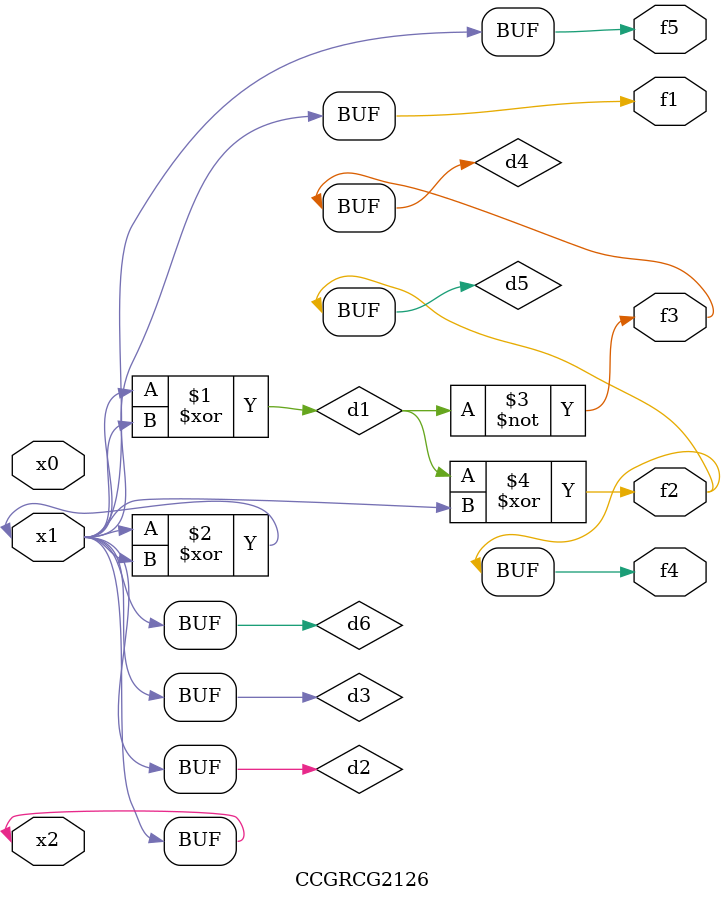
<source format=v>
module CCGRCG2126(
	input x0, x1, x2,
	output f1, f2, f3, f4, f5
);

	wire d1, d2, d3, d4, d5, d6;

	xor (d1, x1, x2);
	buf (d2, x1, x2);
	xor (d3, x1, x2);
	nor (d4, d1);
	xor (d5, d1, d2);
	buf (d6, d2, d3);
	assign f1 = d6;
	assign f2 = d5;
	assign f3 = d4;
	assign f4 = d5;
	assign f5 = d6;
endmodule

</source>
